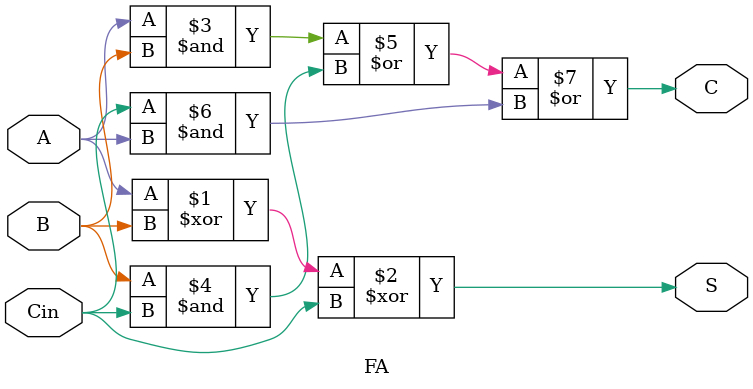
<source format=v>
`timescale 1ns / 1ps

module FA(S,C,A,B,Cin);
    input A,B,Cin;
    output S,C;
    
    assign S=A^B^Cin;
    assign C=(A&B)|(B&Cin)|(Cin&A);
    
endmodule

</source>
